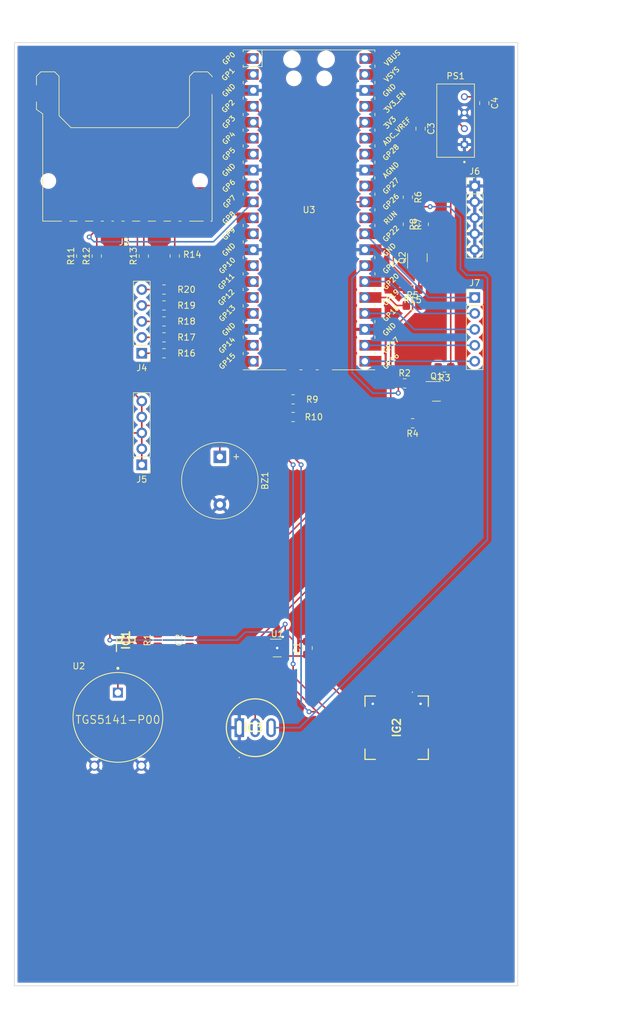
<source format=kicad_pcb>
(kicad_pcb (version 20211014) (generator pcbnew)
  (layers (0 "F.Cu" signal) (31 "B.Cu" signal) (34 "B.Paste" user) (35 "F.Paste" user) (36 "B.SilkS" user "B.Silkscreen") (37 "F.SilkS" user "F.Silkscreen") (38 "B.Mask" user) (39 "F.Mask" user) (44 "Edge.Cuts" user))
  (net 0 "")
  (net 1 "+3.3V")
  (net 2 "AGND")
  (net 3 "Net-(C2-Pad1)")
  (net 4 "GP26{slash}ADC0{slash}I2C_SDA1")
  (net 5 "+5V")
  (net 14 "GP2{slash}SPI_SCK0{slash}SDA1")
  (net 15 "GP3{slash}SPI_TX0{slash}I2C_SCL1")
  (net 22 "VD")
  (net 23 "GP27{slash}ADC1{slash}I2C_SCL1")
  (net 24 "GP9{slash}SPI_CSn1{slash}I2C_SCL0{slash}UART_RX1")
  (net 25 "GP7{slash}SPI_TX0{slash}I2C_SCL1")
  (net 26 "GP6{slash}SPI_SCK0{slash}I2C_SDA1")
  (net 27 "GP8{slash}SPI_RX1{slash}I2C_SDA0{slash}UART_TX1")
  (net 32 "Net-(J4-Pad1)")
  (net 33 "Net-(J4-Pad2)")
  (net 34 "Net-(J4-Pad3)")
  (net 35 "Net-(J4-Pad4)")
  (net 36 "Net-(J4-Pad5)")
  (net 37 "GP22")
  (net 38 "GP20{slash}I2C_SDA0")
  (net 39 "GP18{slash}SPI_SCK0{slash}I2C_SDA1")
  (net 40 "GP17{slash}SPI_CSn0{slash}I2C_SCL0{slash}UART_RX0")
  (net 41 "GP16{slash}SPI_RX0{slash}I2C_SDA0{slash}UART_TX0")
  (net 42 "Net-(Q1-Pad1)")
  (net 43 "Net-(Q1-Pad2)")
  (net 44 "Net-(Q2-Pad1)")
  (net 45 "Net-(Q2-Pad3)")
  (net 46 "GP21{slash}I2C_SCL0")
  (net 47 "GP19{slash}SPI_TX0{slash}I2C_SCL1")
  (net 48 "GP13{slash}SPI_CSn1{slash}I2C_SCL0{slash}UART_RX0")
  (net 49 "GP12{slash}SPI_RX1{slash}I2C_SDA0{slash}UART_TX0")
  (net 50 "GP11{slash}SPI_TX1{slash}I2C_SCL1")
  (net 51 "GP10{slash}SPI_SCK1{slash}I2C_SDA1")
  (net 52 "GP14{slash}SPI_SCK1{slash}I2C_SDA1")
  (net 55 "GP0{slash}SPI_RX{slash}I2C_SDA0{slash}UART_TX0")
  (net 56 "GP1{slash}SPI_CSn0{slash}I2C_SCL0{slash}UART_RX0")
  (net 57 "GP4{slash}SPI_RX0{slash}I2C_SDA0{slash}UART_TX1")
  (net 58 "GP5{slash}SPI_CSn0{slash}I2C_SCL0{slash}UART_RX1")
  (net 59 "GP15{slash}SPI_TX1{slash}I2C_SCL1")
  (net 60 "RUN")
  (net 61 "GP28{slash}ADC2")
  (net 62 "ADC_VREF")
  (net 63 "3V3_EN")
  (net 64 "VSYS")
  (net 65 "VBUS")
  (footprint "Resistor_SMD:R_0805_2012Metric_Pad1.20x1.40mm_HandSolder" (layer "F.Cu") (at 45.466 64.77)
    (fp_text reference "R17")
    (fp_text value "R")
  )
  (footprint "Connector_PinHeader_2.54mm:PinHeader_1x05_P2.54mm_Vertical" (layer "F.Cu") (at 41.91 67.31 180)
    (fp_text reference "J4")
    (fp_text value "Conn_01x05_Male")
  )
  (footprint "Resistor_SMD:R_0805_2012Metric_Pad1.20x1.40mm_HandSolder" (layer "F.Cu") (at 47.166 51.8 90)
    (fp_text reference "R14")
    (fp_text value "10k")
  )
  (footprint "Connector_PinHeader_2.54mm:PinHeader_1x05_P2.54mm_Vertical" (layer "F.Cu") (at 94.996 58.425)
    (fp_text reference "J7")
    (fp_text value "Conn_01x05_Male")
  )
  (footprint "Resistor_SMD:R_0805_2012Metric_Pad1.20x1.40mm_HandSolder" (layer "F.Cu") (at 84.3305 42.434 -90)
    (fp_text reference "R6")
    (fp_text value "R")
  )
  (footprint "TGS3870-B00:TGS3870B00" (layer "F.Cu") (at 57.45 127)
    (fp_text reference "IC3")
    (fp_text value "TGS3870-B00" hide)
  )
  (footprint "Resistor_SMD:R_0805_2012Metric_Pad1.20x1.40mm_HandSolder" (layer "F.Cu") (at 34.736 51.816 90)
    (fp_text reference "R12")
    (fp_text value "10k")
  )
  (footprint "Resistor_SMD:R_0805_2012Metric_Pad1.20x1.40mm_HandSolder" (layer "F.Cu") (at 85.09 78.465 180)
    (fp_text reference "R4")
    (fp_text value "1k")
  )
  (footprint "Package_TO_SOT_SMD:SOT-23" (layer "F.Cu") (at 88.9 73.385)
    (fp_text reference "Q1")
    (fp_text value "BSS84")
  )
  (footprint "IE0305S:CONV_IE0305S" (layer "F.Cu") (at 91.948 30.226 90)
    (fp_text reference "PS1")
    (fp_text value "IE0305S")
  )
  (footprint "Package_TO_SOT_SMD:SOT-23" (layer "F.Cu") (at 85.852 52.07 90)
    (fp_text reference "Q2")
    (fp_text value "2N7002")
  )
  (footprint "Resistor_SMD:R_0805_2012Metric_Pad1.20x1.40mm_HandSolder" (layer "F.Cu") (at 44.45 113.03 90)
    (fp_text reference "R1")
    (fp_text value "1M")
  )
  (footprint "Resistor_SMD:R_0805_2012Metric_Pad1.20x1.40mm_HandSolder" (layer "F.Cu") (at 66.04 77.47 180)
    (fp_text reference "R10")
    (fp_text value "10k")
  )
  (footprint "Resistor_SMD:R_0805_2012Metric_Pad1.20x1.40mm_HandSolder" (layer "F.Cu") (at 32.258 51.816 90)
    (fp_text reference "R11")
    (fp_text value "10k")
  )
  (footprint "Resistor_SMD:R_0805_2012Metric_Pad1.20x1.40mm_HandSolder" (layer "F.Cu") (at 45.466 59.69)
    (fp_text reference "R19")
    (fp_text value "R")
  )
  (footprint "MCP6V96UT-E_OT:SOT95P280X145-5N" (layer "F.Cu") (at 39.37 113.03 90)
    (fp_text reference "IC1")
    (fp_text value "MCP6V96UT-E_OT" hide)
  )
  (footprint "Capacitor_SMD:C_0805_2012Metric_Pad1.18x1.45mm_HandSolder" (layer "F.Cu") (at 68.3475 114.3 90)
    (fp_text reference "C1")
    (fp_text value "100n")
  )
  (footprint "MCU_RaspberryPi_and_Boards:RPi_Pico_SMD_TH" (layer "F.Cu") (at 68.58 44.45)
    (fp_text reference "U3")
    (fp_text value "Pico")
  )
  (footprint "Resistor_SMD:R_0805_2012Metric_Pad1.20x1.40mm_HandSolder" (layer "F.Cu") (at 83.82 72.115)
    (fp_text reference "R2")
    (fp_text value "100")
  )
  (footprint "Resistor_SMD:R_0805_2012Metric_Pad1.20x1.40mm_HandSolder" (layer "F.Cu") (at 84.3305 46.752 -90)
    (fp_text reference "R7")
    (fp_text value "R")
  )
  (footprint "Connector_Card:SD_Kyocera_145638009211859+" (layer "F.Cu") (at 39.116 34.544 180)
    (fp_text reference "J3")
    (fp_text value "SD_Card")
  )
  (footprint "Connector_PinHeader_2.54mm:PinHeader_1x05_P2.54mm_Vertical" (layer "F.Cu") (at 41.91 85.09 180)
    (fp_text reference "J5")
    (fp_text value "Conn_01x05_Male")
  )
  (footprint "TGS5141-P00:Figaro-TGS5141-P00-MFG" (layer "F.Cu") (at 38.1 125.73)
    (fp_text reference "U2")
    (fp_text value "TGS5141-P00")
  )
  (footprint "SCD42-D-R2:SCD42DR2" (layer "F.Cu") (at 82.55 127 -90)
    (fp_text reference "IC2")
    (fp_text value "SCD42-D-R2" hide)
  )
  (footprint "Capacitor_SMD:C_0805_2012Metric_Pad1.18x1.45mm_HandSolder" (layer "F.Cu") (at 86.36 31.496 -90)
    (fp_text reference "C3")
    (fp_text value "C")
  )
  (footprint "Connector_PinHeader_2.54mm:PinHeader_1x05_P2.54mm_Vertical" (layer "F.Cu") (at 94.996 40.64)
    (fp_text reference "J6")
    (fp_text value "Conn_01x05_Male")
  )
  (footprint "Buzzer_Beeper:Buzzer_12x9.5RM7.6" (layer "F.Cu") (at 54.356 83.82 -90)
    (fp_text reference "BZ1")
    (fp_text value "Buzzer")
  )
  (footprint "Resistor_SMD:R_0805_2012Metric_Pad1.20x1.40mm_HandSolder" (layer "F.Cu") (at 90.17 69.575 180)
    (fp_text reference "R3")
    (fp_text value "10k")
  )
  (footprint "Resistor_SMD:R_0805_2012Metric_Pad1.20x1.40mm_HandSolder" (layer "F.Cu") (at 85.09 57.15 180)
    (fp_text reference "R15")
    (fp_text value "10k")
  )
  (footprint "Sensor_Humidity:Sensirion_DFN-8-1EP_2.5x2.5mm_P0.5mm_EP1.1x1.7mm" (layer "F.Cu") (at 63.5 114.3)
    (fp_text reference "U1")
    (fp_text value "SHT31-DIS")
  )
  (footprint "Capacitor_SMD:C_0805_2012Metric_Pad1.18x1.45mm_HandSolder" (layer "F.Cu") (at 96.52 27.432 -90)
    (fp_text reference "C4")
    (fp_text value "C")
  )
  (footprint "Resistor_SMD:R_0805_2012Metric_Pad1.20x1.40mm_HandSolder" (layer "F.Cu") (at 66.04 74.655 180)
    (fp_text reference "R9")
    (fp_text value "10k")
  )
  (footprint "Capacitor_SMD:C_0805_2012Metric_Pad1.18x1.45mm_HandSolder" (layer "F.Cu") (at 49.53 113.03 90)
    (fp_text reference "C2")
    (fp_text value "1u")
  )
  (footprint "Resistor_SMD:R_0805_2012Metric_Pad1.20x1.40mm_HandSolder" (layer "F.Cu") (at 85.09 59.69)
    (fp_text reference "R5")
    (fp_text value "100")
  )
  (footprint "Resistor_SMD:R_0805_2012Metric_Pad1.20x1.40mm_HandSolder" (layer "F.Cu") (at 45.466 67.31)
    (fp_text reference "R16")
    (fp_text value "R")
  )
  (footprint "Resistor_SMD:R_0805_2012Metric_Pad1.20x1.40mm_HandSolder" (layer "F.Cu") (at 45.466 57.15)
    (fp_text reference "R20")
    (fp_text value "R")
  )
  (footprint "Resistor_SMD:R_0805_2012Metric_Pad1.20x1.40mm_HandSolder" (layer "F.Cu") (at 42.236 51.816 90)
    (fp_text reference "R13")
    (fp_text value "10k")
  )
  (footprint "Resistor_SMD:R_0805_2012Metric_Pad1.20x1.40mm_HandSolder" (layer "F.Cu") (at 45.466 62.23)
    (fp_text reference "R18")
    (fp_text value "R")
  )
  (footprint "Resistor_SMD:R_0805_2012Metric_Pad1.20x1.40mm_HandSolder" (layer "F.Cu") (at 86.8705 46.757 90)
    (fp_text reference "R8")
    (fp_text value "R")
  )
  (gr_rect (start 21.59 17.78) (end 101.854 168.148) (layer "Edge.Cuts") (width 0.1) (fill none))
  (segment (start 41.91 74.93) (end 41.91 77.47) (width 0.25) (layer "F.Cu") (net 1))
  (segment (start 68.115 115.57) (end 66.04 115.57) (width 0.25) (layer "F.Cu") (net 1))
  (segment (start 34.736 52.816) (end 38.846 52.816) (width 0.25) (layer "F.Cu") (net 1))
  (segment (start 92.3105 30.4585) (end 93.348 31.496) (width 0.25) (layer "F.Cu") (net 1))
  (segment (start 36.83 110.49) (end 38.12 111.78) (width 0.25) (layer "F.Cu") (net 1))
  (segment (start 41.91 74.93) (end 38.846 71.866) (width 0.25) (layer "F.Cu") (net 1))
  (segment (start 41.91 77.47) (end 41.91 80.01) (width 0.25) (layer "F.Cu") (net 1))
  (segment (start 47.15 52.816) (end 47.166 52.8) (width 0.25) (layer "F.Cu") (net 1))
  (segment (start 79.08 30.48) (end 77.47 30.48) (width 0.25) (layer "F.Cu") (net 1))
  (segment (start 87.12 125.73) (end 88.9 125.73) (width 0.25) (layer "F.Cu") (net 1))
  (segment (start 39.64 52.816) (end 42.236 52.816) (width 0.25) (layer "F.Cu") (net 1))
  (segment (start 77.55 125.75) (end 76.23 124.43) (width 0.25) (layer "F.Cu") (net 1))
  (segment (start 26.47 100.13) (end 36.83 110.49) (width 0.25) (layer "F.Cu") (net 1))
  (segment (start 26.47 87.535) (end 26.47 100.13) (width 0.25) (layer "F.Cu") (net 1))
  (segment (start 41.91 82.55) (end 41.91 85.09) (width 0.25) (layer "F.Cu") (net 1))
  (segment (start 77.47 30.48) (end 69.85 38.1) (width 0.25) (layer "F.Cu") (net 1))
  (segment (start 64.77 110.49) (end 64.77 111.76) (width 0.25) (layer "F.Cu") (net 1))
  (segment (start 39.736 47.044) (end 39.736 52.72) (width 0.25) (layer "F.Cu") (net 1))
  (segment (start 66.04 113.03) (end 66.04 115.57) (width 0.25) (layer "F.Cu") (net 1))
  (segment (start 64.675 115.475) (end 64.675 115.05) (width 0.25) (layer "F.Cu") (net 1))
  (segment (start 32.258 52.816) (end 34.736 52.816) (width 0.25) (layer "F.Cu") (net 1))
  (segment (start 67.04 77.47) (end 67.04 74.655) (width 0.25) (layer "F.Cu") (net 1))
  (segment (start 87.63 120.65) (end 80.01 120.65) (width 0.25) (layer "F.Cu") (net 1))
  (segment (start 86.3385 30.48) (end 77.47 30.48) (width 0.25) (layer "F.Cu") (net 1))
  (segment (start 86.36 30.4585) (end 86.3385 30.48) (width 0.25) (layer "F.Cu") (net 1))
  (segment (start 88.9 125.73) (end 88.9 121.92) (width 0.25) (layer "F.Cu") (net 1))
  (segment (start 78.55 125.75) (end 77.55 125.75) (width 0.25) (layer "F.Cu") (net 1))
  (segment (start 68.3475 116.5475) (end 68.3475 115.3375) (width 0.25) (layer "F.Cu") (net 1))
  (segment (start 80.01 120.65) (end 76.23 124.43) (width 0.25) (layer "F.Cu") (net 1))
  (segment (start 41.91 80.01) (end 26.524 80.01) (width 0.25) (layer "F.Cu") (net 1))
  (segment (start 38.846 71.866) (end 38.846 52.816) (width 0.25) (layer "F.Cu") (net 1))
  (segment (start 26.524 80.01) (end 26.47 80.064) (width 0.25) (layer "F.Cu") (net 1))
  (segment (start 68.3475 115.3375) (end 68.115 115.57) (width 0.25) (layer "F.Cu") (net 1))
  (segment (start 66.04 115.57) (end 64.77 115.57) (width 0.25) (layer "F.Cu") (net 1))
  (segment (start 88.9 121.92) (end 87.63 120.65) (width 0.25) (layer "F.Cu") (net 1))
  (segment (start 64.77 115.57) (end 64.675 115.475) (width 0.25) (layer "F.Cu") (net 1))
  (segment (start 84.3305 35.7305) (end 79.08 30.48) (width 0.25) (layer "F.Cu") (net 1))
  (segment (start 69.85 69.58) (end 69.85 38.1) (width 0.25) (layer "F.Cu") (net 1))
  (segment (start 36.83 110.49) (end 36.83 113.03) (width 0.25) (layer "F.Cu") (net 1))
  (segment (start 38.846 52.816) (end 39.64 52.816) (width 0.25) (layer "F.Cu") (net 1))
  (segment (start 86.36 30.4585) (end 92.3105 30.4585) (width 0.25) (layer "F.Cu") (net 1))
  (segment (start 84.3305 41.434) (end 84.3305 35.7305) (width 0.25) (layer "F.Cu") (net 1))
  (segment (start 41.91 80.01) (end 41.91 82.55) (width 0.25) (layer "F.Cu") (net 1))
  (segment (start 42.236 52.816) (end 47.15 52.816) (width 0.25) (layer "F.Cu") (net 1))
  (segment (start 87.1 125.75) (end 87.12 125.73) (width 0.25) (layer "F.Cu") (net 1))
  (segment (start 86.55 125.75) (end 87.1 125.75) (width 0.25) (layer "F.Cu") (net 1))
  (segment (start 64.77 111.76) (end 66.04 113.03) (width 0.25) (layer "F.Cu") (net 1))
  (segment (start 26.47 80.064) (end 26.47 87.535) (width 0.25) (layer "F.Cu") (net 1))
  (segment (start 67.04 72.39) (end 69.85 69.58) (width 0.25) (layer "F.Cu") (net 1))
  (segment (start 76.23 124.43) (end 68.3475 116.5475) (width 0.25) (layer "F.Cu") (net 1))
  (segment (start 38.12 111.78) (end 38.42 111.78) (width 0.25) (layer "F.Cu") (net 1))
  (segment (start 39.736 52.72) (end 39.64 52.816) (width 0.25) (layer "F.Cu") (net 1))
  (segment (start 67.04 74.655) (end 67.04 72.39) (width 0.25) (layer "F.Cu") (net 1))
  (via (at 64.77 110.49) (size 0.8) (drill 0.4) (layers "F.Cu" "B.Cu") (net 1))
  (via (at 36.83 113.03) (size 0.8) (drill 0.4) (layers "F.Cu" "B.Cu") (net 1))
  (segment (start 58.42 111.76) (end 57.15 113.03) (width 0.25) (layer "B.Cu") (net 1))
  (segment (start 63.5 111.76) (end 58.42 111.76) (width 0.25) (layer "B.Cu") (net 1))
  (segment (start 57.15 113.03) (end 36.83 113.03) (width 0.25) (layer "B.Cu") (net 1))
  (segment (start 64.77 110.49) (end 63.5 111.76) (width 0.25) (layer "B.Cu") (net 1))
  (segment (start 64.479848 112.612848) (end 64.389 112.522) (width 0.25) (layer "F.Cu") (net 2))
  (segment (start 62.325 114.05) (end 63.25 114.05) (width 0.25) (layer "F.Cu") (net 2))
  (segment (start 64.675 113.55) (end 64.675 112.935) (width 0.25) (layer "F.Cu") (net 2))
  (segment (start 64.675 113.55) (end 64.675 114.05) (width 0.25) (layer "F.Cu") (net 2))
  (segment (start 64.675 112.935) (end 64.389 112.649) (width 0.25) (layer "F.Cu") (net 2))
  (segment (start 63.25 114.05) (end 63.5 114.3) (width 0.25) (layer "F.Cu") (net 2))
  (segment (start 64.389 112.649) (end 64.389 112.522) (width 0.25) (layer "F.Cu") (net 2))
  (via (at 78.74 123.19) (size 0.8) (drill 0.4) (layers "F.Cu" "B.Cu") (net 2))
  (via (at 64.389 112.522) (size 0.8) (drill 0.4) (layers "F.Cu" "B.Cu") (net 2))
  (via (at 82.55 127) (size 0.8) (drill 0.4) (layers "F.Cu" "B.Cu") (net 2))
  (via (at 63.5 114.3) (size 0.8) (drill 0.4) (layers "F.Cu" "B.Cu") (net 2))
  (via (at 86.36 123.19) (size 0.8) (drill 0.4) (layers "F.Cu" "B.Cu") (net 2))
  (segment (start 49.53 114.0675) (end 49.4925 114.03) (width 0.25) (layer "F.Cu") (net 3))
  (segment (start 38.1 121.405) (end 38.1 116.84) (width 0.25) (layer "F.Cu") (net 3))
  (segment (start 49.4925 114.03) (end 44.45 114.03) (width 0.25) (layer "F.Cu") (net 3))
  (segment (start 44.45 114.03) (end 44.45 114.3) (width 0.25) (layer "F.Cu") (net 3))
  (segment (start 38.1 116.84) (end 38.1 114.6) (width 0.25) (layer "F.Cu") (net 3))
  (segment (start 44.45 114.3) (end 41.91 116.84) (width 0.25) (layer "F.Cu") (net 3))
  (segment (start 38.1 114.6) (end 38.42 114.28) (width 0.25) (layer "F.Cu") (net 3))
  (segment (start 41.91 116.84) (end 38.1 116.84) (width 0.25) (layer "F.Cu") (net 3))
  (segment (start 44.4875 111.9925) (end 44.45 112.03) (width 0.25) (layer "F.Cu") (net 4))
  (segment (start 73.66 44.45) (end 74.93 43.18) (width 0.25) (layer "F.Cu") (net 4))
  (segment (start 49.53 111.9925) (end 44.4875 111.9925) (width 0.25) (layer "F.Cu") (net 4))
  (segment (start 49.53 111.9925) (end 73.66 87.8625) (width 0.25) (layer "F.Cu") (net 4))
  (segment (start 40.32 111.78) (end 44.2 111.78) (width 0.25) (layer "F.Cu") (net 4))
  (segment (start 74.93 43.18) (end 77.47 43.18) (width 0.25) (layer "F.Cu") (net 4))
  (segment (start 44.2 111.78) (end 44.45 112.03) (width 0.25) (layer "F.Cu") (net 4))
  (segment (start 73.66 87.8625) (end 73.66 44.45) (width 0.25) (layer "F.Cu") (net 4))
  (segment (start 98.298 30.846) (end 98.298 27.178) (width 0.25) (layer "F.Cu") (net 5))
  (segment (start 91.17 69.575) (end 91.17 37.974) (width 0.25) (layer "F.Cu") (net 5))
  (segment (start 96.4985 26.416) (end 96.52 26.3945) (width 0.25) (layer "F.Cu") (net 5))
  (segment (start 91.17 37.974) (end 98.298 30.846) (width 0.25) (layer "F.Cu") (net 5))
  (segment (start 97.5145 26.3945) (end 96.52 26.3945) (width 0.25) (layer "F.Cu") (net 5))
  (segment (start 93.348 26.416) (end 96.4985 26.416) (width 0.25) (layer "F.Cu") (net 5))
  (segment (start 98.298 27.178) (end 97.5145 26.3945) (width 0.25) (layer "F.Cu") (net 5))
  (segment (start 91.17 69.575) (end 91.17 72.0525) (width 0.25) (layer "F.Cu") (net 5))
  (segment (start 91.17 72.0525) (end 89.8375 73.385) (width 0.25) (layer "F.Cu") (net 5))
  (segment (start 74.89 129.5) (end 69.85 124.46) (width 0.25) (layer "F.Cu") (net 14))
  (segment (start 68.58 124.46) (end 69.85 124.46) (width 0.25) (layer "F.Cu") (net 14))
  (segment (start 65.04 33.29) (end 59.69 27.94) (width 0.25) (layer "F.Cu") (net 14))
  (segment (start 61.214 113.792) (end 61.456 113.55) (width 0.25) (layer "F.Cu") (net 14))
  (segment (start 66.04 83.82) (end 67.31 85.09) (width 0.25) (layer "F.Cu") (net 14))
  (segment (start 61.214 115.824) (end 61.214 113.792) (width 0.25) (layer "F.Cu") (net 14))
  (segment (start 66.04 75.655) (end 66.04 83.82) (width 0.25) (layer "F.Cu") (net 14))
  (segment (start 61.456 113.55) (end 62.325 113.55) (width 0.25) (layer "F.Cu") (net 14))
  (segment (start 65.04 74.655) (end 65.04 33.29) (width 0.25) (layer "F.Cu") (net 14))
  (segment (start 78.55 129.5) (end 74.89 129.5) (width 0.25) (layer "F.Cu") (net 14))
  (segment (start 65.04 74.655) (end 66.04 75.655) (width 0.25) (layer "F.Cu") (net 14))
  (segment (start 69.85 124.46) (end 61.214 115.824) (width 0.25) (layer "F.Cu") (net 14))
  (via (at 67.31 85.09) (size 0.8) (drill 0.4) (layers "F.Cu" "B.Cu") (net 14))
  (via (at 68.58 124.46) (size 0.8) (drill 0.4) (layers "F.Cu" "B.Cu") (net 14))
  (segment (start 67.31 123.19) (end 68.58 124.46) (width 0.25) (layer "B.Cu") (net 14))
  (segment (start 67.31 85.09) (end 67.31 123.19) (width 0.25) (layer "B.Cu") (net 14))
  (segment (start 63.5 34.29) (end 59.69 30.48) (width 0.25) (layer "F.Cu") (net 15))
  (segment (start 75.525 128.25) (end 78.55 128.25) (width 0.25) (layer "F.Cu") (net 15))
  (segment (start 62.325 115.05) (end 66.3475 119.0725) (width 0.25) (layer "F.Cu") (net 15))
  (segment (start 65.04 77.47) (end 65.04 84.09) (width 0.25) (layer "F.Cu") (net 15))
  (segment (start 65.04 77.47) (end 63.5 75.93) (width 0.25) (layer "F.Cu") (net 15))
  (segment (start 66.04 116.84) (end 66.04 118.765) (width 0.25) (layer "F.Cu") (net 15))
  (segment (start 66.04 118.765) (end 66.3475 119.0725) (width 0.25) (layer "F.Cu") (net 15))
  (segment (start 65.04 84.09) (end 66.04 85.09) (width 0.25) (layer "F.Cu") (net 15))
  (segment (start 63.5 75.93) (end 63.5 34.29) (width 0.25) (layer "F.Cu") (net 15))
  (segment (start 66.3475 119.0725) (end 75.525 128.25) (width 0.25) (layer "F.Cu") (net 15))
  (via (at 66.04 85.09) (size 0.8) (drill 0.4) (layers "F.Cu" "B.Cu") (net 15))
  (via (at 66.04 116.84) (size 0.8) (drill 0.4) (layers "F.Cu" "B.Cu") (net 15))
  (segment (start 66.04 85.09) (end 66.04 116.84) (width 0.25) (layer "B.Cu") (net 15))
  (segment (start 84.3305 45.752) (end 86.1405 43.942) (width 0.25) (layer "F.Cu") (net 22))
  (segment (start 86.1405 43.942) (end 87.884 43.942) (width 0.25) (layer "F.Cu") (net 22))
  (segment (start 84.3305 43.434) (end 84.3305 45.752) (width 0.25) (layer "F.Cu") (net 22))
  (via (at 87.884 43.942) (size 0.8) (drill 0.4) (layers "F.Cu" "B.Cu") (net 22))
  (segment (start 96.52 54.864) (end 97.028 55.372) (width 0.25) (layer "B.Cu") (net 22))
  (segment (start 97.028 97.037305) (end 67.065305 127) (width 0.25) (layer "B.Cu") (net 22))
  (segment (start 92.71 53.848) (end 93.726 54.864) (width 0.25) (layer "B.Cu") (net 22))
  (segment (start 93.726 54.864) (end 96.52 54.864) (width 0.25) (layer "B.Cu") (net 22))
  (segment (start 90.932 43.942) (end 92.71 45.72) (width 0.25) (layer "B.Cu") (net 22))
  (segment (start 92.71 45.72) (end 92.71 53.848) (width 0.25) (layer "B.Cu") (net 22))
  (segment (start 97.028 55.372) (end 97.028 97.037305) (width 0.25) (layer "B.Cu") (net 22))
  (segment (start 67.065305 127) (end 62.53 127) (width 0.25) (layer "B.Cu") (net 22))
  (segment (start 87.884 43.942) (end 90.932 43.942) (width 0.25) (layer "B.Cu") (net 22))
  (segment (start 79.756 40.64) (end 82.042 42.926) (width 0.25) (layer "F.Cu") (net 23))
  (segment (start 85.09 56.536827) (end 85.09 60.303173) (width 0.25) (layer "F.Cu") (net 23))
  (segment (start 84.09 89.263604) (end 84.09 78.465) (width 0.25) (layer "F.Cu") (net 23))
  (segment (start 59.99 113.363604) (end 84.09 89.263604) (width 0.25) (layer "F.Cu") (net 23))
  (segment (start 81.596802 75.971802) (end 84.09 78.465) (width 0.25) (layer "F.Cu") (net 23))
  (segment (start 77.47 40.64) (end 79.756 40.64) (width 0.25) (layer "F.Cu") (net 23))
  (segment (start 85.09 60.303173) (end 81.596802 63.796371) (width 0.25) (layer "F.Cu") (net 23))
  (segment (start 59.99 127) (end 59.99 113.363604) (width 0.25) (layer "F.Cu") (net 23))
  (segment (start 81.596802 63.796371) (end 81.596802 75.971802) (width 0.25) (layer "F.Cu") (net 23))
  (segment (start 82.042 42.926) (end 82.042 53.488827) (width 0.25) (layer "F.Cu") (net 23))
  (segment (start 82.042 53.488827) (end 85.09 56.536827) (width 0.25) (layer "F.Cu") (net 23))
  (segment (start 40.24 45.719) (end 41.211 46.69) (width 0.25) (layer "F.Cu") (net 24))
  (segment (start 57.15 48.26) (end 59.69 48.26) (width 0.25) (layer "F.Cu") (net 24))
  (segment (start 32.236 47.044) (end 32.236 50.794) (width 0.25) (layer "F.Cu") (net 24))
  (segment (start 32.236 50.794) (end 32.258 50.816) (width 0.25) (layer "F.Cu") (net 24))
  (segment (start 53.669 51.741) (end 57.15 48.26) (width 0.25) (layer "F.Cu") (net 24))
  (segment (start 41.211 51.404173) (end 41.547827 51.741) (width 0.25) (layer "F.Cu") (net 24))
  (segment (start 32.236 47.044) (end 33.561 45.719) (width 0.25) (layer "F.Cu") (net 24))
  (segment (start 33.561 45.719) (end 40.24 45.719) (width 0.25) (layer "F.Cu") (net 24))
  (segment (start 41.547827 51.741) (end 53.669 51.741) (width 0.25) (layer "F.Cu") (net 24))
  (segment (start 41.211 46.69) (end 41.211 51.404173) (width 0.25) (layer "F.Cu") (net 24))
  (segment (start 34.736 47.044) (end 34.736 50.816) (width 0.25) (layer "F.Cu") (net 25))
  (segment (start 34.736 47.044) (end 34.736 47.56) (width 0.25) (layer "F.Cu") (net 25))
  (segment (start 34.736 47.56) (end 33.528 48.768) (width 0.25) (layer "F.Cu") (net 25))
  (via (at 33.528 48.768) (size 0.8) (drill 0.4) (layers "F.Cu" "B.Cu") (net 25))
  (segment (start 53.34 49.53) (end 59.69 43.18) (width 0.25) (layer "B.Cu") (net 25))
  (segment (start 34.29 49.53) (end 53.34 49.53) (width 0.25) (layer "B.Cu") (net 25))
  (segment (start 33.528 48.768) (end 34.29 49.53) (width 0.25) (layer "B.Cu") (net 25))
  (segment (start 48.310999 40.969001) (end 59.360999 40.969001) (width 0.25) (layer "F.Cu") (net 26))
  (segment (start 59.360999 40.969001) (end 59.69 40.64) (width 0.25) (layer "F.Cu") (net 26))
  (segment (start 42.236 47.044) (end 48.310999 40.969001) (width 0.25) (layer "F.Cu") (net 26))
  (segment (start 42.236 47.044) (end 42.236 50.816) (width 0.25) (layer "F.Cu") (net 26))
  (segment (start 47.166 45.798) (end 47.752 45.212) (width 0.25) (layer "F.Cu") (net 27))
  (segment (start 59.182 45.212) (end 59.69 45.72) (width 0.25) (layer "F.Cu") (net 27))
  (segment (start 47.752 45.212) (end 59.182 45.212) (width 0.25) (layer "F.Cu") (net 27))
  (segment (start 47.166 47.044) (end 47.166 50.8) (width 0.25) (layer "F.Cu") (net 27))
  (segment (start 47.166 47.044) (end 47.166 45.798) (width 0.25) (layer "F.Cu") (net 27))
  (segment (start 41.91 67.31) (end 44.466 67.31) (width 0.25) (layer "F.Cu") (net 32))
  (segment (start 41.91 64.77) (end 44.466 64.77) (width 0.25) (layer "F.Cu") (net 33))
  (segment (start 41.91 62.23) (end 44.466 62.23) (width 0.25) (layer "F.Cu") (net 34))
  (segment (start 41.91 59.69) (end 44.466 59.69) (width 0.25) (layer "F.Cu") (net 35))
  (segment (start 41.91 57.15) (end 44.466 57.15) (width 0.25) (layer "F.Cu") (net 36))
  (segment (start 94.996 58.425) (end 88.397 58.425) (width 0.25) (layer "B.Cu") (net 37))
  (segment (start 87.63 58.42) (end 88.392 58.42) (width 0.25) (layer "B.Cu") (net 37))
  (segment (start 77.47 48.26) (end 87.63 58.42) (width 0.25) (layer "B.Cu") (net 37))
  (segment (start 88.392 58.42) (end 88.397 58.425) (width 0.25) (layer "B.Cu") (net 37))
  (segment (start 86.365 60.965) (end 94.996 60.965) (width 0.25) (layer "B.Cu") (net 38))
  (segment (start 77.47 55.88) (end 81.28 55.88) (width 0.25) (layer "B.Cu") (net 38))
  (segment (start 81.28 55.88) (end 86.365 60.965) (width 0.25) (layer "B.Cu") (net 38))
  (segment (start 77.47 60.96) (end 82.804 60.96) (width 0.25) (layer "B.Cu") (net 39))
  (segment (start 94.996 63.505) (end 85.349 63.505) (width 0.25) (layer "B.Cu") (net 39))
  (segment (start 82.804 60.96) (end 85.349 63.505) (width 0.25) (layer "B.Cu") (net 39))
  (segment (start 77.475 66.045) (end 77.47 66.04) (width 0.25) (layer "B.Cu") (net 40))
  (segment (start 94.996 66.045) (end 77.475 66.045) (width 0.25) (layer "B.Cu") (net 40))
  (segment (start 94.996 68.585) (end 77.475 68.585) (width 0.25) (layer "B.Cu") (net 41))
  (segment (start 77.475 68.585) (end 77.47 68.58) (width 0.25) (layer "B.Cu") (net 41))
  (segment (start 85.14 72.435) (end 84.82 72.115) (width 0.25) (layer "F.Cu") (net 42))
  (segment (start 89.17 69.575) (end 87.63 71.115) (width 0.25) (layer "F.Cu") (net 42))
  (segment (start 87.63 71.115) (end 87.63 72.39) (width 0.25) (layer "F.Cu") (net 42))
  (segment (start 87.9625 72.435) (end 85.14 72.435) (width 0.25) (layer "F.Cu") (net 42))
  (segment (start 87.9625 76.5925) (end 87.9625 74.335) (width 0.25) (layer "F.Cu") (net 43))
  (segment (start 86.09 78.465) (end 87.9625 76.5925) (width 0.25) (layer "F.Cu") (net 43))
  (segment (start 86.09 57.15) (end 86.09 55.102) (width 0.25) (layer "F.Cu") (net 44))
  (segment (start 86.36 59.69) (end 86.09 59.69) (width 0.25) (layer "F.Cu") (net 44))
  (segment (start 86.09 59.69) (end 86.09 57.15) (width 0.25) (layer "F.Cu") (net 44))
  (segment (start 86.09 55.102) (end 84.902 53.914) (width 0.25) (layer "F.Cu") (net 44))
  (segment (start 84.902 53.914) (end 84.902 53.0075) (width 0.25) (layer "F.Cu") (net 44))
  (segment (start 84.3305 47.752) (end 86.8655 47.752) (width 0.25) (layer "F.Cu") (net 45))
  (segment (start 86.8705 50.114) (end 85.852 51.1325) (width 0.25) (layer "F.Cu") (net 45))
  (segment (start 86.8655 47.752) (end 86.8705 47.757) (width 0.25) (layer "F.Cu") (net 45))
  (segment (start 86.8705 47.757) (end 86.8705 50.114) (width 0.25) (layer "F.Cu") (net 45))
  (segment (start 82.82 73.644) (end 82.82 72.115) (width 0.25) (layer "F.Cu") (net 46))
  (segment (start 82.804 73.66) (end 82.82 73.644) (width 0.25) (layer "F.Cu") (net 46))
  (via (at 82.804 73.66) (size 0.8) (drill 0.4) (layers "F.Cu" "B.Cu") (net 46))
  (segment (start 75.438 70.358) (end 75.438 55.372) (width 0.25) (layer "B.Cu") (net 46))
  (segment (start 75.438 55.372) (end 77.47 53.34) (width 0.25) (layer "B.Cu") (net 46))
  (segment (start 82.788 73.676) (end 78.756 73.676) (width 0.25) (layer "B.Cu") (net 46))
  (segment (start 82.804 73.66) (end 82.788 73.676) (width 0.25) (layer "B.Cu") (net 46))
  (segment (start 78.756 73.676) (end 75.438 70.358) (width 0.25) (layer "B.Cu") (net 46))
  (segment (start 84.09 59.69) (end 82.55 59.69) (width 0.25) (layer "F.Cu") (net 47))
  (segment (start 82.55 59.69) (end 81.28 58.42) (width 0.25) (layer "F.Cu") (net 47))
  (segment (start 81.28 58.42) (end 77.47 58.42) (width 0.25) (layer "F.Cu") (net 47))
  (segment (start 52.07 64.77) (end 55.88 60.96) (width 0.25) (layer "F.Cu") (net 48))
  (segment (start 55.88 60.96) (end 59.69 60.96) (width 0.25) (layer "F.Cu") (net 48))
  (segment (start 46.466 64.77) (end 52.07 64.77) (width 0.25) (layer "F.Cu") (net 48))
  (segment (start 46.466 62.23) (end 52.07 62.23) (width 0.25) (layer "F.Cu") (net 49))
  (segment (start 55.88 58.42) (end 59.69 58.42) (width 0.25) (layer "F.Cu") (net 49))
  (segment (start 52.07 62.23) (end 55.88 58.42) (width 0.25) (layer "F.Cu") (net 49))
  (segment (start 46.466 59.69) (end 52.07 59.69) (width 0.25) (layer "F.Cu") (net 50))
  (segment (start 52.07 59.69) (end 55.88 55.88) (width 0.25) (layer "F.Cu") (net 50))
  (segment (start 55.88 55.88) (end 59.69 55.88) (width 0.25) (layer "F.Cu") (net 50))
  (segment (start 46.466 57.15) (end 52.07 57.15) (width 0.25) (layer "F.Cu") (net 51))
  (segment (start 55.88 53.34) (end 59.69 53.34) (width 0.25) (layer "F.Cu") (net 51))
  (segment (start 52.07 57.15) (end 55.88 53.34) (width 0.25) (layer "F.Cu") (net 51))
  (segment (start 50.26 66.04) (end 59.69 66.04) (width 0.25) (layer "F.Cu") (net 52))
  (segment (start 48.99 67.31) (end 50.26 66.04) (width 0.25) (layer "F.Cu") (net 52))
  (segment (start 46.466 67.31) (end 48.99 67.31) (width 0.25) (layer "F.Cu") (net 52))
  (segment (start 59.69 68.58) (end 54.356 73.914) (width 0.25) (layer "F.Cu") (net 59))
  (segment (start 54.356 73.914) (end 54.356 83.82) (width 0.25) (layer "F.Cu") (net 59))
  (zone (net 2) (net_name "AGND") (layer "F.Cu") (connect_pads (clearance 0.508)) (min_thickness 0.254) (fill yes (thermal_gap 0.508) (thermal_bridge_width 0.508))
    (polygon (pts (xy 121.412 173.736) (xy 19.304 173.736) (xy 20.32 16.51) (xy 121.666 15.494)))
  )
  (zone (net 2) (net_name "AGND") (layer "B.Cu") (connect_pads (clearance 0.508)) (min_thickness 0.254) (fill yes (thermal_gap 0.508) (thermal_bridge_width 0.508))
    (polygon (pts (xy 121.412 174.244) (xy 19.304 174.244) (xy 20.066 16.51) (xy 121.412 15.748)))
  )
)
</source>
